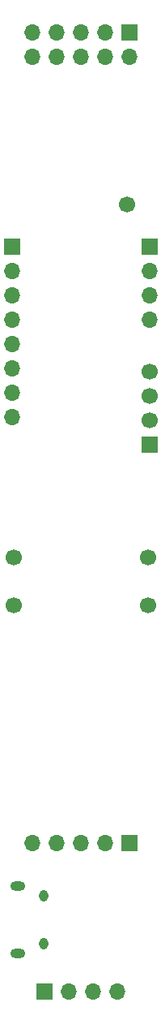
<source format=gbr>
%TF.GenerationSoftware,KiCad,Pcbnew,7.0.8*%
%TF.CreationDate,2023-10-17T17:12:06+01:00*%
%TF.ProjectId,QuadEnv_Components_3,51756164-456e-4765-9f43-6f6d706f6e65,rev?*%
%TF.SameCoordinates,Original*%
%TF.FileFunction,Soldermask,Bot*%
%TF.FilePolarity,Negative*%
%FSLAX46Y46*%
G04 Gerber Fmt 4.6, Leading zero omitted, Abs format (unit mm)*
G04 Created by KiCad (PCBNEW 7.0.8) date 2023-10-17 17:12:06*
%MOMM*%
%LPD*%
G01*
G04 APERTURE LIST*
%ADD10C,1.700000*%
%ADD11R,1.700000X1.700000*%
%ADD12O,1.700000X1.700000*%
%ADD13O,0.950000X1.250000*%
%ADD14O,1.550000X1.000000*%
G04 APERTURE END LIST*
D10*
%TO.C,TP5*%
X52400000Y-107400000D03*
%TD*%
%TO.C,TP3*%
X52400000Y-112400000D03*
%TD*%
D11*
%TO.C,J6*%
X64480000Y-52660000D03*
D12*
X64480000Y-55200000D03*
X61940000Y-52660000D03*
X61940000Y-55200000D03*
X59400000Y-52660000D03*
X59400000Y-55200000D03*
X56860000Y-52660000D03*
X56860000Y-55200000D03*
X54320000Y-52660000D03*
X54320000Y-55200000D03*
%TD*%
D13*
%TO.C,J7*%
X55485000Y-142700000D03*
X55485000Y-147700000D03*
D14*
X52785000Y-148700000D03*
X52785000Y-141700000D03*
%TD*%
D11*
%TO.C,J5*%
X66600000Y-95610000D03*
D10*
X66600000Y-93070000D03*
X66600000Y-90530000D03*
X66600000Y-87990000D03*
%TD*%
%TO.C,TP2*%
X66400000Y-107400000D03*
%TD*%
%TO.C,TP1*%
X64200000Y-70600000D03*
%TD*%
%TO.C,TP4*%
X66400000Y-112400000D03*
%TD*%
D11*
%TO.C,J1*%
X52200000Y-75000000D03*
D12*
X52200000Y-77540000D03*
X52200000Y-80080000D03*
X52200000Y-82620000D03*
X52200000Y-85160000D03*
X52200000Y-87700000D03*
X52200000Y-90240000D03*
X52200000Y-92780000D03*
%TD*%
D11*
%TO.C,J4*%
X55600000Y-152700000D03*
D12*
X58140000Y-152700000D03*
X60680000Y-152700000D03*
X63220000Y-152700000D03*
%TD*%
D11*
%TO.C,J2*%
X66600000Y-75000000D03*
D12*
X66600000Y-77540000D03*
X66600000Y-80080000D03*
X66600000Y-82620000D03*
%TD*%
D11*
%TO.C,J3*%
X64480000Y-137200000D03*
D12*
X61940000Y-137200000D03*
X59400000Y-137200000D03*
X56860000Y-137200000D03*
X54320000Y-137200000D03*
%TD*%
M02*

</source>
